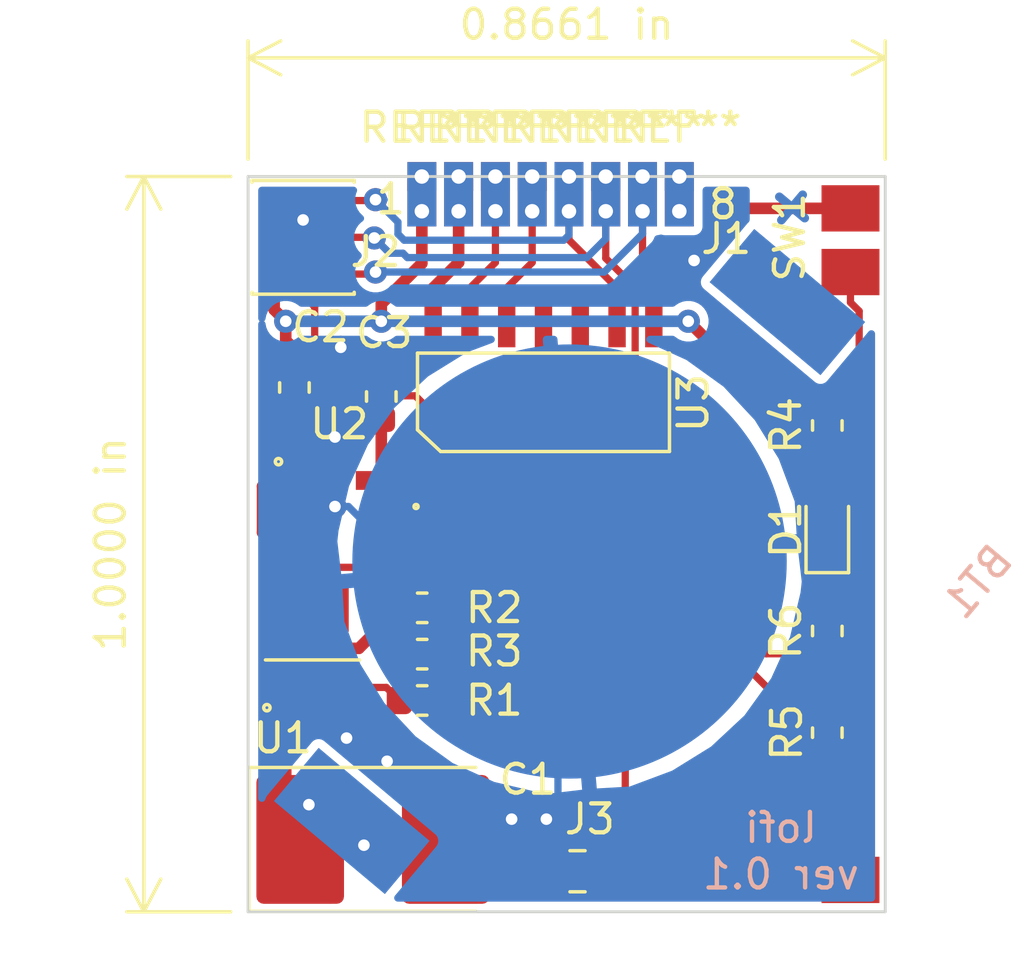
<source format=kicad_pcb>
(kicad_pcb (version 20171130) (host pcbnew 5.1.2)

  (general
    (thickness 1.6)
    (drawings 7)
    (tracks 193)
    (zones 0)
    (modules 26)
    (nets 23)
  )

  (page USLetter)
  (layers
    (0 F.Cu signal)
    (31 B.Cu signal)
    (32 B.Adhes user)
    (33 F.Adhes user)
    (34 B.Paste user)
    (35 F.Paste user)
    (36 B.SilkS user)
    (37 F.SilkS user)
    (38 B.Mask user)
    (39 F.Mask user)
    (40 Dwgs.User user)
    (41 Cmts.User user)
    (42 Eco1.User user)
    (43 Eco2.User user)
    (44 Edge.Cuts user)
    (45 Margin user)
    (46 B.CrtYd user)
    (47 F.CrtYd user)
    (48 B.Fab user)
    (49 F.Fab user)
  )

  (setup
    (last_trace_width 0.25)
    (user_trace_width 0.4)
    (trace_clearance 0.2)
    (zone_clearance 0.3)
    (zone_45_only no)
    (trace_min 0.2)
    (via_size 0.8)
    (via_drill 0.4)
    (via_min_size 0.4)
    (via_min_drill 0.3)
    (uvia_size 0.3)
    (uvia_drill 0.1)
    (uvias_allowed no)
    (uvia_min_size 0.2)
    (uvia_min_drill 0.1)
    (edge_width 0.05)
    (segment_width 0.2)
    (pcb_text_width 0.3)
    (pcb_text_size 1.5 1.5)
    (mod_edge_width 0.12)
    (mod_text_size 1 1)
    (mod_text_width 0.15)
    (pad_size 1 1)
    (pad_drill 0.5)
    (pad_to_mask_clearance 0.051)
    (solder_mask_min_width 0.25)
    (aux_axis_origin 0 0)
    (grid_origin 110.2 94.6)
    (visible_elements FFFDFF7F)
    (pcbplotparams
      (layerselection 0x010fc_ffffffff)
      (usegerberextensions false)
      (usegerberattributes false)
      (usegerberadvancedattributes false)
      (creategerberjobfile false)
      (excludeedgelayer true)
      (linewidth 0.100000)
      (plotframeref false)
      (viasonmask false)
      (mode 1)
      (useauxorigin false)
      (hpglpennumber 1)
      (hpglpenspeed 20)
      (hpglpendiameter 15.000000)
      (psnegative false)
      (psa4output false)
      (plotreference true)
      (plotvalue true)
      (plotinvisibletext false)
      (padsonsilk false)
      (subtractmaskfromsilk false)
      (outputformat 1)
      (mirror false)
      (drillshape 0)
      (scaleselection 1)
      (outputdirectory "gerber/"))
  )

  (net 0 "")
  (net 1 GND)
  (net 2 +3V3)
  (net 3 "Net-(D1-Pad1)")
  (net 4 "Net-(J1-Pad8)")
  (net 5 "Net-(J3-Pad1)")
  (net 6 "Net-(R1-Pad1)")
  (net 7 "Net-(R1-Pad2)")
  (net 8 "Net-(R4-Pad1)")
  (net 9 "Net-(R5-Pad1)")
  (net 10 "Net-(R5-Pad2)")
  (net 11 "Net-(U1-Pad4)")
  (net 12 "Net-(U1-Pad5)")
  (net 13 "Net-(U2-Pad4)")
  (net 14 "Net-(U3-Pad6)")
  (net 15 /Vb)
  (net 16 /CE)
  (net 17 /CSN)
  (net 18 /SCK)
  (net 19 /MOSI)
  (net 20 /MISO)
  (net 21 /RSTn)
  (net 22 "Net-(U3-Pad11)")

  (net_class Default "This is the default net class."
    (clearance 0.2)
    (trace_width 0.25)
    (via_dia 0.8)
    (via_drill 0.4)
    (uvia_dia 0.3)
    (uvia_drill 0.1)
    (add_net +3V3)
    (add_net /CE)
    (add_net /CSN)
    (add_net /MISO)
    (add_net /MOSI)
    (add_net /RSTn)
    (add_net /SCK)
    (add_net /Vb)
    (add_net GND)
    (add_net "Net-(D1-Pad1)")
    (add_net "Net-(J1-Pad8)")
    (add_net "Net-(J3-Pad1)")
    (add_net "Net-(R1-Pad1)")
    (add_net "Net-(R1-Pad2)")
    (add_net "Net-(R4-Pad1)")
    (add_net "Net-(R5-Pad1)")
    (add_net "Net-(R5-Pad2)")
    (add_net "Net-(U1-Pad4)")
    (add_net "Net-(U1-Pad5)")
    (add_net "Net-(U2-Pad4)")
    (add_net "Net-(U3-Pad11)")
    (add_net "Net-(U3-Pad6)")
  )

  (module lofi:SOIC-14 (layer F.Cu) (tedit 5D579754) (tstamp 5D544EE9)
    (at 120.4 77 90)
    (descr "SOIC, 14 Pin (JEDEC MS-012AB, https://www.analog.com/media/en/package-pcb-resources/package/pkg_pdf/soic_narrow-r/r_14.pdf), generated with kicad-footprint-generator ipc_gullwing_generator.py")
    (tags "SOIC SO")
    (path /5D513364)
    (attr smd)
    (fp_text reference U3 (at -0.025 5.17 90) (layer F.SilkS)
      (effects (font (size 1 1) (thickness 0.15)))
    )
    (fp_text value ATtiny84V (at 0 5.28 90) (layer F.Fab)
      (effects (font (size 1 1) (thickness 0.15)))
    )
    (fp_circle (center -3.6 -4.4) (end -3.55 -4.35) (layer F.SilkS) (width 0.12))
    (fp_line (start 1.7 -4.35) (end -0.95 -4.35) (layer F.SilkS) (width 0.12))
    (fp_line (start 1.7 4.35) (end 1.7 -4.35) (layer F.SilkS) (width 0.12))
    (fp_line (start -1.7 4.35) (end 1.7 4.35) (layer F.SilkS) (width 0.12))
    (fp_line (start -1.7 -3.55) (end -1.7 4.35) (layer F.SilkS) (width 0.12))
    (fp_line (start -0.95 -4.35) (end -1.7 -3.55) (layer F.SilkS) (width 0.12))
    (fp_text user %R (at 0 0 90) (layer F.Fab)
      (effects (font (size 0.98 0.98) (thickness 0.15)))
    )
    (fp_line (start 4 -4.58) (end -3.95 -4.58) (layer F.CrtYd) (width 0.05))
    (fp_line (start 4 4.58) (end 4 -4.58) (layer F.CrtYd) (width 0.05))
    (fp_line (start -3.95 4.58) (end 4 4.58) (layer F.CrtYd) (width 0.05))
    (fp_line (start -3.95 -4.58) (end -3.95 4.58) (layer F.CrtYd) (width 0.05))
    (pad 14 smd rect (at 2.8 -3.81 90) (size 1.8 0.6) (layers F.Cu F.Paste F.Mask)
      (net 1 GND))
    (pad 13 smd rect (at 2.8 -2.54 90) (size 1.8 0.6) (layers F.Cu F.Paste F.Mask)
      (net 16 /CE))
    (pad 12 smd rect (at 2.8 -1.27 90) (size 1.8 0.6) (layers F.Cu F.Paste F.Mask)
      (net 17 /CSN))
    (pad 11 smd rect (at 2.8 0 90) (size 1.8 0.6) (layers F.Cu F.Paste F.Mask)
      (net 22 "Net-(U3-Pad11)"))
    (pad 10 smd rect (at 2.8 1.27 90) (size 1.8 0.6) (layers F.Cu F.Paste F.Mask)
      (net 5 "Net-(J3-Pad1)"))
    (pad 9 smd rect (at 2.8 2.54 90) (size 1.8 0.6) (layers F.Cu F.Paste F.Mask)
      (net 18 /SCK))
    (pad 8 smd rect (at 2.8 3.81 90) (size 1.8 0.6) (layers F.Cu F.Paste F.Mask)
      (net 20 /MISO))
    (pad 7 smd rect (at -2.8 3.81 90) (size 1.8 0.6) (layers F.Cu F.Paste F.Mask)
      (net 19 /MOSI))
    (pad 6 smd rect (at -2.8 2.54 90) (size 1.8 0.6) (layers F.Cu F.Paste F.Mask)
      (net 14 "Net-(U3-Pad6)"))
    (pad 5 smd rect (at -2.8 1.27 90) (size 1.8 0.6) (layers F.Cu F.Paste F.Mask)
      (net 9 "Net-(R5-Pad1)"))
    (pad 4 smd rect (at -2.8 0 90) (size 1.8 0.6) (layers F.Cu F.Paste F.Mask)
      (net 21 /RSTn))
    (pad 3 smd rect (at -2.8 -1.27 90) (size 1.8 0.6) (layers F.Cu F.Paste F.Mask)
      (net 11 "Net-(U1-Pad4)"))
    (pad 2 smd rect (at -2.8 -2.54 90) (size 1.8 0.6) (layers F.Cu F.Paste F.Mask)
      (net 12 "Net-(U1-Pad5)"))
    (pad 1 smd rect (at -2.8 -3.81 90) (size 1.8 0.6) (layers F.Cu F.Paste F.Mask)
      (net 2 +3V3))
    (model ${KISYS3DMOD}/Package_SO.3dshapes/SOIC-14_3.9x8.7mm_P1.27mm.wrl
      (at (xyz 0 0 0))
      (scale (xyz 1 1 1))
      (rotate (xyz 0 0 0))
    )
  )

  (module lofi:TPL5111 (layer F.Cu) (tedit 5D5795A1) (tstamp 5D54645D)
    (at 112.4 85.5 90)
    (descr "6-pin SOT-23 package, Handsoldering")
    (tags "SOT-23-6 Handsoldering")
    (path /5D50E40A)
    (attr smd)
    (fp_text reference U1 (at -3.1 -1 180) (layer F.SilkS)
      (effects (font (size 1 1) (thickness 0.15)))
    )
    (fp_text value TPL5111 (at 0 2.9 90) (layer F.Fab)
      (effects (font (size 1 1) (thickness 0.15)))
    )
    (fp_circle (center -2.05 -1.55) (end -2.05 -1.6) (layer F.SilkS) (width 0.12))
    (fp_line (start 0.9 -1.55) (end 0.9 1.55) (layer F.Fab) (width 0.1))
    (fp_line (start 0.9 1.55) (end -0.9 1.55) (layer F.Fab) (width 0.1))
    (fp_line (start -0.9 -0.9) (end -0.9 1.55) (layer F.Fab) (width 0.1))
    (fp_line (start 0.9 -1.55) (end -0.25 -1.55) (layer F.Fab) (width 0.1))
    (fp_line (start -0.9 -0.9) (end -0.25 -1.55) (layer F.Fab) (width 0.1))
    (fp_line (start -2.4 -1.8) (end 2.4 -1.8) (layer F.CrtYd) (width 0.05))
    (fp_line (start 2.4 -1.8) (end 2.4 1.8) (layer F.CrtYd) (width 0.05))
    (fp_line (start 2.4 1.8) (end -2.4 1.8) (layer F.CrtYd) (width 0.05))
    (fp_line (start -2.4 1.8) (end -2.4 -1.8) (layer F.CrtYd) (width 0.05))
    (fp_line (start -0.4 -1.6) (end -0.4 1.65) (layer F.SilkS) (width 0.12))
    (fp_text user %R (at 0 0) (layer F.Fab)
      (effects (font (size 0.5 0.5) (thickness 0.075)))
    )
    (pad 5 smd rect (at 1.35 0 90) (size 1.56 0.65) (layers F.Cu F.Paste F.Mask)
      (net 12 "Net-(U1-Pad5)"))
    (pad 6 smd rect (at 1.35 -0.95 90) (size 1.56 0.65) (layers F.Cu F.Paste F.Mask)
      (net 15 /Vb))
    (pad 4 smd rect (at 1.35 0.95 90) (size 1.56 0.65) (layers F.Cu F.Paste F.Mask)
      (net 11 "Net-(U1-Pad4)"))
    (pad 3 smd rect (at -1.35 0.95 90) (size 1.56 0.65) (layers F.Cu F.Paste F.Mask)
      (net 6 "Net-(R1-Pad1)"))
    (pad 2 smd rect (at -1.35 0 90) (size 1.56 0.65) (layers F.Cu F.Paste F.Mask)
      (net 1 GND))
    (pad 1 smd rect (at -1.35 -0.95 90) (size 1.56 0.65) (layers F.Cu F.Paste F.Mask)
      (net 15 /Vb))
    (model ${KISYS3DMOD}/Package_TO_SOT_SMD.3dshapes/SOT-23-6.wrl
      (at (xyz 0 0 0))
      (scale (xyz 1 1 1))
      (rotate (xyz 0 0 0))
    )
  )

  (module lofi:nrf24l01p (layer F.Cu) (tedit 5D575C6F) (tstamp 5D54104E)
    (at 116.2 70.4)
    (descr "Through hole straight pin header, 1x08, 1.27mm pitch, single row")
    (tags "Through hole pin header THT 1x08 1.27mm single row")
    (path /5D51CBAB)
    (fp_text reference J1 (at 10.51 0.95) (layer F.SilkS)
      (effects (font (size 1 1) (thickness 0.15)))
    )
    (fp_text value NRF24l01+ (at 4.9 1.9) (layer F.Fab)
      (effects (font (size 1 1) (thickness 0.15)))
    )
    (fp_text user 8 (at 10.4 -0.25) (layer F.SilkS)
      (effects (font (size 1 1) (thickness 0.15)))
    )
    (fp_text user 1 (at -1.07 -0.42) (layer F.SilkS)
      (effects (font (size 1 1) (thickness 0.15)))
    )
    (fp_text user 8 (at 10.4 -0.25) (layer F.SilkS)
      (effects (font (size 1 1) (thickness 0.15)))
    )
    (fp_text user 1 (at -1.08 -0.42) (layer F.SilkS)
      (effects (font (size 1 1) (thickness 0.15)))
    )
    (fp_line (start 9.65 -1.2) (end -0.7 -1.2) (layer F.CrtYd) (width 0.05))
    (fp_line (start 9.65 0.6) (end 9.65 -1.2) (layer F.CrtYd) (width 0.05))
    (fp_line (start -0.7 0.6) (end 9.65 0.6) (layer F.CrtYd) (width 0.05))
    (fp_line (start -0.7 -1.2) (end -0.7 0.6) (layer F.CrtYd) (width 0.05))
    (fp_line (start -0.7 0.6) (end -0.7 -1.2) (layer F.Fab) (width 0.1))
    (fp_line (start 9.65 0.6) (end -0.7 0.6) (layer F.Fab) (width 0.1))
    (fp_line (start 9.65 -1.2) (end 9.65 0.6) (layer F.Fab) (width 0.1))
    (fp_line (start -0.7 -1.2) (end 9.65 -1.2) (layer F.Fab) (width 0.1))
    (pad 8 thru_hole rect (at 8.89 0) (size 1 1.65) (drill 0.5 (offset 0 -0.3)) (layers *.Cu *.Mask)
      (net 4 "Net-(J1-Pad8)"))
    (pad 7 thru_hole rect (at 7.62 0) (size 1 1.65) (drill 0.5 (offset 0 -0.3)) (layers *.Cu *.Mask)
      (net 20 /MISO))
    (pad 6 thru_hole rect (at 6.35 0) (size 1 1.65) (drill 0.5 (offset 0 -0.3)) (layers *.Cu *.Mask)
      (net 19 /MOSI))
    (pad 5 thru_hole rect (at 5.08 0) (size 1 1.65) (drill 0.5 (offset 0 -0.3)) (layers *.Cu *.Mask)
      (net 18 /SCK))
    (pad 4 thru_hole rect (at 3.81 0) (size 1 1.65) (drill 0.5 (offset 0 -0.3)) (layers *.Cu *.Mask)
      (net 17 /CSN))
    (pad 3 thru_hole rect (at 2.54 0) (size 1 1.65) (drill 0.5 (offset 0 -0.3)) (layers *.Cu *.Mask)
      (net 16 /CE))
    (pad 2 thru_hole rect (at 1.27 0) (size 1 1.65) (drill 0.5 (offset 0 -0.3)) (layers *.Cu *.Mask)
      (net 1 GND))
    (pad 1 thru_hole rect (at 0 0) (size 1 1.65) (drill 0.5 (offset 0 -0.3)) (layers *.Cu *.Mask)
      (net 2 +3V3))
    (model ${KISYS3DMOD}/Connector_PinHeader_1.27mm.3dshapes/PinHeader_1x08_P1.27mm_Vertical.wrl
      (at (xyz 0 0 0))
      (scale (xyz 1 1 1))
      (rotate (xyz 0 0 0))
    )
  )

  (module lofi:castellate (layer F.Cu) (tedit 5D57583E) (tstamp 5D579B31)
    (at 125.09 69.2)
    (descr "Through hole straight pin header, 1x01, 1.27mm pitch, single row")
    (tags "Through hole pin header THT 1x01 1.27mm single row")
    (fp_text reference REF** (at 0 -1.695) (layer F.SilkS)
      (effects (font (size 1 1) (thickness 0.15)))
    )
    (fp_text value castellate (at 0 1.695) (layer F.Fab)
      (effects (font (size 1 1) (thickness 0.15)))
    )
    (pad 1 thru_hole rect (at 0 0) (size 1 1) (drill 0.5) (layers *.Cu *.Mask))
    (model ${KISYS3DMOD}/Connector_PinHeader_1.27mm.3dshapes/PinHeader_1x01_P1.27mm_Vertical.wrl
      (at (xyz 0 0 0))
      (scale (xyz 1 1 1))
      (rotate (xyz 0 0 0))
    )
  )

  (module lofi:castellate (layer F.Cu) (tedit 5D57583E) (tstamp 5D579B24)
    (at 123.82 69.2)
    (descr "Through hole straight pin header, 1x01, 1.27mm pitch, single row")
    (tags "Through hole pin header THT 1x01 1.27mm single row")
    (fp_text reference REF** (at 0 -1.695) (layer F.SilkS)
      (effects (font (size 1 1) (thickness 0.15)))
    )
    (fp_text value castellate (at 0 1.695) (layer F.Fab)
      (effects (font (size 1 1) (thickness 0.15)))
    )
    (pad 1 thru_hole rect (at 0 0) (size 1 1) (drill 0.5) (layers *.Cu *.Mask))
    (model ${KISYS3DMOD}/Connector_PinHeader_1.27mm.3dshapes/PinHeader_1x01_P1.27mm_Vertical.wrl
      (at (xyz 0 0 0))
      (scale (xyz 1 1 1))
      (rotate (xyz 0 0 0))
    )
  )

  (module lofi:castellate (layer F.Cu) (tedit 5D57583E) (tstamp 5D579B17)
    (at 122.55 69.2)
    (descr "Through hole straight pin header, 1x01, 1.27mm pitch, single row")
    (tags "Through hole pin header THT 1x01 1.27mm single row")
    (fp_text reference REF** (at 0 -1.695) (layer F.SilkS)
      (effects (font (size 1 1) (thickness 0.15)))
    )
    (fp_text value castellate (at 0 1.695) (layer F.Fab)
      (effects (font (size 1 1) (thickness 0.15)))
    )
    (pad 1 thru_hole rect (at 0 0) (size 1 1) (drill 0.5) (layers *.Cu *.Mask))
    (model ${KISYS3DMOD}/Connector_PinHeader_1.27mm.3dshapes/PinHeader_1x01_P1.27mm_Vertical.wrl
      (at (xyz 0 0 0))
      (scale (xyz 1 1 1))
      (rotate (xyz 0 0 0))
    )
  )

  (module lofi:castellate (layer F.Cu) (tedit 5D57583E) (tstamp 5D579B0A)
    (at 121.28 69.2)
    (descr "Through hole straight pin header, 1x01, 1.27mm pitch, single row")
    (tags "Through hole pin header THT 1x01 1.27mm single row")
    (fp_text reference REF** (at 0 -1.695) (layer F.SilkS)
      (effects (font (size 1 1) (thickness 0.15)))
    )
    (fp_text value castellate (at 0 1.695) (layer F.Fab)
      (effects (font (size 1 1) (thickness 0.15)))
    )
    (pad 1 thru_hole rect (at 0 0) (size 1 1) (drill 0.5) (layers *.Cu *.Mask))
    (model ${KISYS3DMOD}/Connector_PinHeader_1.27mm.3dshapes/PinHeader_1x01_P1.27mm_Vertical.wrl
      (at (xyz 0 0 0))
      (scale (xyz 1 1 1))
      (rotate (xyz 0 0 0))
    )
  )

  (module lofi:castellate (layer F.Cu) (tedit 5D57583E) (tstamp 5D579AFD)
    (at 120.01 69.2)
    (descr "Through hole straight pin header, 1x01, 1.27mm pitch, single row")
    (tags "Through hole pin header THT 1x01 1.27mm single row")
    (fp_text reference REF** (at 0 -1.695) (layer F.SilkS)
      (effects (font (size 1 1) (thickness 0.15)))
    )
    (fp_text value castellate (at 0 1.695) (layer F.Fab)
      (effects (font (size 1 1) (thickness 0.15)))
    )
    (pad 1 thru_hole rect (at 0 0) (size 1 1) (drill 0.5) (layers *.Cu *.Mask))
    (model ${KISYS3DMOD}/Connector_PinHeader_1.27mm.3dshapes/PinHeader_1x01_P1.27mm_Vertical.wrl
      (at (xyz 0 0 0))
      (scale (xyz 1 1 1))
      (rotate (xyz 0 0 0))
    )
  )

  (module lofi:castellate (layer F.Cu) (tedit 5D57583E) (tstamp 5D579AF0)
    (at 118.74 69.2)
    (descr "Through hole straight pin header, 1x01, 1.27mm pitch, single row")
    (tags "Through hole pin header THT 1x01 1.27mm single row")
    (fp_text reference REF** (at 0 -1.695) (layer F.SilkS)
      (effects (font (size 1 1) (thickness 0.15)))
    )
    (fp_text value castellate (at 0 1.695) (layer F.Fab)
      (effects (font (size 1 1) (thickness 0.15)))
    )
    (pad 1 thru_hole rect (at 0 0) (size 1 1) (drill 0.5) (layers *.Cu *.Mask))
    (model ${KISYS3DMOD}/Connector_PinHeader_1.27mm.3dshapes/PinHeader_1x01_P1.27mm_Vertical.wrl
      (at (xyz 0 0 0))
      (scale (xyz 1 1 1))
      (rotate (xyz 0 0 0))
    )
  )

  (module lofi:castellate (layer F.Cu) (tedit 5D57583E) (tstamp 5D579AD1)
    (at 117.47 69.2)
    (descr "Through hole straight pin header, 1x01, 1.27mm pitch, single row")
    (tags "Through hole pin header THT 1x01 1.27mm single row")
    (fp_text reference REF** (at 0 -1.695) (layer F.SilkS)
      (effects (font (size 1 1) (thickness 0.15)))
    )
    (fp_text value castellate (at 0 1.695) (layer F.Fab)
      (effects (font (size 1 1) (thickness 0.15)))
    )
    (pad 1 thru_hole rect (at 0 0) (size 1 1) (drill 0.5) (layers *.Cu *.Mask))
    (model ${KISYS3DMOD}/Connector_PinHeader_1.27mm.3dshapes/PinHeader_1x01_P1.27mm_Vertical.wrl
      (at (xyz 0 0 0))
      (scale (xyz 1 1 1))
      (rotate (xyz 0 0 0))
    )
  )

  (module lofi:castellate (layer F.Cu) (tedit 5D57583E) (tstamp 5D579AA1)
    (at 116.2 69.2)
    (descr "Through hole straight pin header, 1x01, 1.27mm pitch, single row")
    (tags "Through hole pin header THT 1x01 1.27mm single row")
    (fp_text reference REF** (at 0 -1.695) (layer F.SilkS)
      (effects (font (size 1 1) (thickness 0.15)))
    )
    (fp_text value castellate (at 0 1.695) (layer F.Fab)
      (effects (font (size 1 1) (thickness 0.15)))
    )
    (pad 1 thru_hole rect (at 0 0) (size 1 1) (drill 0.5) (layers *.Cu *.Mask))
    (model ${KISYS3DMOD}/Connector_PinHeader_1.27mm.3dshapes/PinHeader_1x01_P1.27mm_Vertical.wrl
      (at (xyz 0 0 0))
      (scale (xyz 1 1 1))
      (rotate (xyz 0 0 0))
    )
  )

  (module lofi:CR2032_battery_clip (layer B.Cu) (tedit 5D57214C) (tstamp 5D53F57A)
    (at 121.3 82.5 50)
    (path /5D4E5647)
    (fp_text reference BT1 (at 8.527074 11.251178 50) (layer B.SilkS)
      (effects (font (size 1 1) (thickness 0.15)) (justify mirror))
    )
    (fp_text value CR2032 (at 0 -9.4 50) (layer B.Fab)
      (effects (font (size 1 1) (thickness 0.15)) (justify mirror))
    )
    (fp_arc (start 0 0) (end -10.499999 -3.099999) (angle 147.1027837) (layer B.CrtYd) (width 0.12))
    (fp_arc (start 0 0) (end 10.499999 2.999999) (angle 148.1092082) (layer B.CrtYd) (width 0.12))
    (fp_line (start -13.4 3) (end -10.5 3) (layer B.CrtYd) (width 0.12))
    (fp_line (start -13.4 -3.1) (end -10.5 -3.1) (layer B.CrtYd) (width 0.12))
    (fp_line (start -13.4 3) (end -13.4 -3.1) (layer B.CrtYd) (width 0.12))
    (fp_line (start 13.4 3) (end 10.5 3) (layer B.CrtYd) (width 0.12))
    (fp_line (start 13.4 -3.1) (end 10.5 -3.1) (layer B.CrtYd) (width 0.12))
    (fp_line (start 13.4 3) (end 13.4 -3.1) (layer B.CrtYd) (width 0.12))
    (fp_text user + (at 14.307532 -2.08435 50) (layer B.Cu)
      (effects (font (size 1.5 1.5) (thickness 0.3)) (justify mirror))
    )
    (pad 1 smd rect (at -11.7 0 50) (size 2.4 5) (layers B.Cu B.Paste B.Mask)
      (net 15 /Vb))
    (pad 2 smd circle (at 0 0 50) (size 15 15) (layers B.Cu B.Paste B.Mask)
      (net 1 GND))
    (pad 1 smd rect (at 11.7 0 50) (size 2.4 5) (layers B.Cu B.Paste B.Mask)
      (net 15 /Vb))
  )

  (module lofi:REED_SPDT (layer F.Cu) (tedit 5D5703C8) (tstamp 5D544096)
    (at 131 81.9 270)
    (descr "Coto Technologies SPST Reed Switch CT10-XXXX-G4")
    (tags "Coto Reed SPST Switch")
    (path /5D53B6CD)
    (attr smd)
    (fp_text reference SW1 (at -10.6 2.1 90) (layer F.SilkS)
      (effects (font (size 1 1) (thickness 0.15)))
    )
    (fp_text value Reed (at 0 -2.3 90) (layer F.Fab)
      (effects (font (size 1 1) (thickness 0.15)))
    )
    (fp_text user %R (at 10.7 2 90) (layer F.Fab)
      (effects (font (size 1 1) (thickness 0.15)))
    )
    (pad 3 smd rect (at -9.4 0 270) (size 1.6 2) (layers F.Cu F.Paste F.Mask)
      (net 8 "Net-(R4-Pad1)"))
    (pad 2 smd rect (at 11.6 0 270) (size 1.6 2) (layers F.Cu F.Paste F.Mask)
      (net 10 "Net-(R5-Pad2)"))
    (pad 1 smd rect (at -11.6 0 270) (size 1.6 2) (layers F.Cu F.Paste F.Mask)
      (net 1 GND))
    (model ${KISYS3DMOD}/Button_Switch_SMD.3dshapes/SW_SPST_REED_CT10-XXXX-G4.wrl
      (at (xyz 0 0 0))
      (scale (xyz 1 1 1))
      (rotate (xyz 0 0 0))
    )
  )

  (module lofi:ISP (layer F.Cu) (tedit 5D5437B1) (tstamp 5D544410)
    (at 112.1 71.3 180)
    (descr "surface-mounted straight pin header, 2x03, 1.27mm pitch, double rows")
    (tags "Surface mounted pin header SMD 2x03 1.27mm double row")
    (path /5D53434D)
    (attr smd)
    (fp_text reference J2 (at -2.5 -0.5) (layer F.SilkS)
      (effects (font (size 1 1) (thickness 0.15)))
    )
    (fp_text value ISP (at 0.2 3.25) (layer F.Fab)
      (effects (font (size 1 1) (thickness 0.15)))
    )
    (fp_line (start 1.95 -2.45) (end -1.95 -2.45) (layer F.CrtYd) (width 0.05))
    (fp_line (start 1.95 2.45) (end 1.95 -2.45) (layer F.CrtYd) (width 0.05))
    (fp_line (start -1.95 2.45) (end 1.95 2.45) (layer F.CrtYd) (width 0.05))
    (fp_line (start -1.95 -2.45) (end -1.95 2.45) (layer F.CrtYd) (width 0.05))
    (fp_line (start 1.765 1.9) (end 1.765 1.965) (layer F.SilkS) (width 0.12))
    (fp_line (start -1.765 1.9) (end -1.765 1.965) (layer F.SilkS) (width 0.12))
    (fp_line (start 1.765 -1.965) (end 1.765 -1.9) (layer F.SilkS) (width 0.12))
    (fp_line (start -1.765 -1.965) (end -1.765 -1.9) (layer F.SilkS) (width 0.12))
    (fp_line (start -1.765 1.965) (end 1.765 1.965) (layer F.SilkS) (width 0.12))
    (fp_line (start -1.765 -1.965) (end 1.765 -1.965) (layer F.SilkS) (width 0.12))
    (fp_line (start 1.705 -1.905) (end 1.705 1.905) (layer F.Fab) (width 0.1))
    (fp_line (start -1.705 -1.47) (end -1.27 -1.905) (layer F.Fab) (width 0.1))
    (fp_line (start -1.705 1.905) (end -1.705 -1.47) (layer F.Fab) (width 0.1))
    (fp_line (start -1.27 -1.905) (end 1.705 -1.905) (layer F.Fab) (width 0.1))
    (fp_line (start 1.705 1.905) (end -1.705 1.905) (layer F.Fab) (width 0.1))
    (pad 6 smd roundrect (at 1 1.27 180) (size 1 0.8) (layers F.Cu F.Paste F.Mask) (roundrect_rratio 0.25)
      (net 1 GND))
    (pad 5 smd roundrect (at -1 1.27 180) (size 1 0.8) (layers F.Cu F.Paste F.Mask) (roundrect_rratio 0.25)
      (net 18 /SCK))
    (pad 4 smd roundrect (at 1 0 180) (size 1 0.8) (layers F.Cu F.Paste F.Mask) (roundrect_rratio 0.25)
      (net 21 /RSTn))
    (pad 3 smd roundrect (at -1 0 180) (size 1 0.8) (layers F.Cu F.Paste F.Mask) (roundrect_rratio 0.25)
      (net 19 /MOSI))
    (pad 2 smd roundrect (at 1 -1.27 180) (size 1 0.8) (layers F.Cu F.Paste F.Mask) (roundrect_rratio 0.25)
      (net 2 +3V3))
    (pad 1 smd rect (at -1 -1.27 180) (size 1 0.8) (layers F.Cu F.Paste F.Mask)
      (net 20 /MISO))
    (model ${KISYS3DMOD}/Connector_PinHeader_1.27mm.3dshapes/PinHeader_2x03_P1.27mm_Vertical_SMD.wrl
      (at (xyz 0 0 0))
      (scale (xyz 1 1 1))
      (rotate (xyz 0 0 0))
    )
  )

  (module Capacitor_SMD:C_0603_1608Metric (layer F.Cu) (tedit 5B301BBE) (tstamp 5D570B32)
    (at 111.8 76.4875 270)
    (descr "Capacitor SMD 0603 (1608 Metric), square (rectangular) end terminal, IPC_7351 nominal, (Body size source: http://www.tortai-tech.com/upload/download/2011102023233369053.pdf), generated with kicad-footprint-generator")
    (tags capacitor)
    (path /5D5828B7)
    (attr smd)
    (fp_text reference C2 (at -2.0875 -0.9 180) (layer F.SilkS)
      (effects (font (size 1 1) (thickness 0.15)))
    )
    (fp_text value 0.1uF (at 0 1.43 90) (layer F.Fab)
      (effects (font (size 1 1) (thickness 0.15)))
    )
    (fp_text user %R (at 0 0 90) (layer F.Fab)
      (effects (font (size 0.4 0.4) (thickness 0.06)))
    )
    (fp_line (start 1.48 0.73) (end -1.48 0.73) (layer F.CrtYd) (width 0.05))
    (fp_line (start 1.48 -0.73) (end 1.48 0.73) (layer F.CrtYd) (width 0.05))
    (fp_line (start -1.48 -0.73) (end 1.48 -0.73) (layer F.CrtYd) (width 0.05))
    (fp_line (start -1.48 0.73) (end -1.48 -0.73) (layer F.CrtYd) (width 0.05))
    (fp_line (start -0.162779 0.51) (end 0.162779 0.51) (layer F.SilkS) (width 0.12))
    (fp_line (start -0.162779 -0.51) (end 0.162779 -0.51) (layer F.SilkS) (width 0.12))
    (fp_line (start 0.8 0.4) (end -0.8 0.4) (layer F.Fab) (width 0.1))
    (fp_line (start 0.8 -0.4) (end 0.8 0.4) (layer F.Fab) (width 0.1))
    (fp_line (start -0.8 -0.4) (end 0.8 -0.4) (layer F.Fab) (width 0.1))
    (fp_line (start -0.8 0.4) (end -0.8 -0.4) (layer F.Fab) (width 0.1))
    (pad 2 smd roundrect (at 0.7875 0 270) (size 0.875 0.95) (layers F.Cu F.Paste F.Mask) (roundrect_rratio 0.25)
      (net 1 GND))
    (pad 1 smd roundrect (at -0.7875 0 270) (size 0.875 0.95) (layers F.Cu F.Paste F.Mask) (roundrect_rratio 0.25)
      (net 2 +3V3))
    (model ${KISYS3DMOD}/Capacitor_SMD.3dshapes/C_0603_1608Metric.wrl
      (at (xyz 0 0 0))
      (scale (xyz 1 1 1))
      (rotate (xyz 0 0 0))
    )
  )

  (module Capacitor_SMD:C_0603_1608Metric (layer F.Cu) (tedit 5B301BBE) (tstamp 5D545C55)
    (at 114.8 76.8 90)
    (descr "Capacitor SMD 0603 (1608 Metric), square (rectangular) end terminal, IPC_7351 nominal, (Body size source: http://www.tortai-tech.com/upload/download/2011102023233369053.pdf), generated with kicad-footprint-generator")
    (tags capacitor)
    (path /5D57FD86)
    (attr smd)
    (fp_text reference C3 (at 2.2 0.1 180) (layer F.SilkS)
      (effects (font (size 1 1) (thickness 0.15)))
    )
    (fp_text value 0.1uF (at 0 1.43 90) (layer F.Fab)
      (effects (font (size 1 1) (thickness 0.15)))
    )
    (fp_line (start -0.8 0.4) (end -0.8 -0.4) (layer F.Fab) (width 0.1))
    (fp_line (start -0.8 -0.4) (end 0.8 -0.4) (layer F.Fab) (width 0.1))
    (fp_line (start 0.8 -0.4) (end 0.8 0.4) (layer F.Fab) (width 0.1))
    (fp_line (start 0.8 0.4) (end -0.8 0.4) (layer F.Fab) (width 0.1))
    (fp_line (start -0.162779 -0.51) (end 0.162779 -0.51) (layer F.SilkS) (width 0.12))
    (fp_line (start -0.162779 0.51) (end 0.162779 0.51) (layer F.SilkS) (width 0.12))
    (fp_line (start -1.48 0.73) (end -1.48 -0.73) (layer F.CrtYd) (width 0.05))
    (fp_line (start -1.48 -0.73) (end 1.48 -0.73) (layer F.CrtYd) (width 0.05))
    (fp_line (start 1.48 -0.73) (end 1.48 0.73) (layer F.CrtYd) (width 0.05))
    (fp_line (start 1.48 0.73) (end -1.48 0.73) (layer F.CrtYd) (width 0.05))
    (fp_text user %R (at 0 0 90) (layer F.Fab)
      (effects (font (size 0.4 0.4) (thickness 0.06)))
    )
    (pad 1 smd roundrect (at -0.7875 0 90) (size 0.875 0.95) (layers F.Cu F.Paste F.Mask) (roundrect_rratio 0.25)
      (net 2 +3V3))
    (pad 2 smd roundrect (at 0.7875 0 90) (size 0.875 0.95) (layers F.Cu F.Paste F.Mask) (roundrect_rratio 0.25)
      (net 1 GND))
    (model ${KISYS3DMOD}/Capacitor_SMD.3dshapes/C_0603_1608Metric.wrl
      (at (xyz 0 0 0))
      (scale (xyz 1 1 1))
      (rotate (xyz 0 0 0))
    )
  )

  (module LED_SMD:LED_0603_1608Metric (layer F.Cu) (tedit 5B301BBE) (tstamp 5D4EC97F)
    (at 130.2 81.4 90)
    (descr "LED SMD 0603 (1608 Metric), square (rectangular) end terminal, IPC_7351 nominal, (Body size source: http://www.tortai-tech.com/upload/download/2011102023233369053.pdf), generated with kicad-footprint-generator")
    (tags diode)
    (path /5D52B390)
    (attr smd)
    (fp_text reference D1 (at 0 -1.43 90) (layer F.SilkS)
      (effects (font (size 1 1) (thickness 0.15)))
    )
    (fp_text value LED_ALT (at 0 1.43 90) (layer F.Fab)
      (effects (font (size 1 1) (thickness 0.15)))
    )
    (fp_line (start 0.8 -0.4) (end -0.5 -0.4) (layer F.Fab) (width 0.1))
    (fp_line (start -0.5 -0.4) (end -0.8 -0.1) (layer F.Fab) (width 0.1))
    (fp_line (start -0.8 -0.1) (end -0.8 0.4) (layer F.Fab) (width 0.1))
    (fp_line (start -0.8 0.4) (end 0.8 0.4) (layer F.Fab) (width 0.1))
    (fp_line (start 0.8 0.4) (end 0.8 -0.4) (layer F.Fab) (width 0.1))
    (fp_line (start 0.8 -0.735) (end -1.485 -0.735) (layer F.SilkS) (width 0.12))
    (fp_line (start -1.485 -0.735) (end -1.485 0.735) (layer F.SilkS) (width 0.12))
    (fp_line (start -1.485 0.735) (end 0.8 0.735) (layer F.SilkS) (width 0.12))
    (fp_line (start -1.48 0.73) (end -1.48 -0.73) (layer F.CrtYd) (width 0.05))
    (fp_line (start -1.48 -0.73) (end 1.48 -0.73) (layer F.CrtYd) (width 0.05))
    (fp_line (start 1.48 -0.73) (end 1.48 0.73) (layer F.CrtYd) (width 0.05))
    (fp_line (start 1.48 0.73) (end -1.48 0.73) (layer F.CrtYd) (width 0.05))
    (fp_text user %R (at 0 0 90) (layer F.Fab)
      (effects (font (size 0.4 0.4) (thickness 0.06)))
    )
    (pad 1 smd roundrect (at -0.7875 0 90) (size 0.875 0.95) (layers F.Cu F.Paste F.Mask) (roundrect_rratio 0.25)
      (net 3 "Net-(D1-Pad1)"))
    (pad 2 smd roundrect (at 0.7875 0 90) (size 0.875 0.95) (layers F.Cu F.Paste F.Mask) (roundrect_rratio 0.25)
      (net 2 +3V3))
    (model ${KISYS3DMOD}/LED_SMD.3dshapes/LED_0603_1608Metric.wrl
      (at (xyz 0 0 0))
      (scale (xyz 1 1 1))
      (rotate (xyz 0 0 0))
    )
  )

  (module Resistor_SMD:R_0603_1608Metric (layer F.Cu) (tedit 5B301BBD) (tstamp 5D571EC1)
    (at 116.2125 87.3)
    (descr "Resistor SMD 0603 (1608 Metric), square (rectangular) end terminal, IPC_7351 nominal, (Body size source: http://www.tortai-tech.com/upload/download/2011102023233369053.pdf), generated with kicad-footprint-generator")
    (tags resistor)
    (path /5D4EA33C)
    (attr smd)
    (fp_text reference R1 (at 2.4875 0 180) (layer F.SilkS)
      (effects (font (size 1 1) (thickness 0.15)))
    )
    (fp_text value 44k (at 0 1.43) (layer F.Fab)
      (effects (font (size 1 1) (thickness 0.15)))
    )
    (fp_line (start -0.8 0.4) (end -0.8 -0.4) (layer F.Fab) (width 0.1))
    (fp_line (start -0.8 -0.4) (end 0.8 -0.4) (layer F.Fab) (width 0.1))
    (fp_line (start 0.8 -0.4) (end 0.8 0.4) (layer F.Fab) (width 0.1))
    (fp_line (start 0.8 0.4) (end -0.8 0.4) (layer F.Fab) (width 0.1))
    (fp_line (start -0.162779 -0.51) (end 0.162779 -0.51) (layer F.SilkS) (width 0.12))
    (fp_line (start -0.162779 0.51) (end 0.162779 0.51) (layer F.SilkS) (width 0.12))
    (fp_line (start -1.48 0.73) (end -1.48 -0.73) (layer F.CrtYd) (width 0.05))
    (fp_line (start -1.48 -0.73) (end 1.48 -0.73) (layer F.CrtYd) (width 0.05))
    (fp_line (start 1.48 -0.73) (end 1.48 0.73) (layer F.CrtYd) (width 0.05))
    (fp_line (start 1.48 0.73) (end -1.48 0.73) (layer F.CrtYd) (width 0.05))
    (fp_text user %R (at 0 0) (layer F.Fab)
      (effects (font (size 0.4 0.4) (thickness 0.06)))
    )
    (pad 1 smd roundrect (at -0.7875 0) (size 0.875 0.95) (layers F.Cu F.Paste F.Mask) (roundrect_rratio 0.25)
      (net 6 "Net-(R1-Pad1)"))
    (pad 2 smd roundrect (at 0.7875 0) (size 0.875 0.95) (layers F.Cu F.Paste F.Mask) (roundrect_rratio 0.25)
      (net 7 "Net-(R1-Pad2)"))
    (model ${KISYS3DMOD}/Resistor_SMD.3dshapes/R_0603_1608Metric.wrl
      (at (xyz 0 0 0))
      (scale (xyz 1 1 1))
      (rotate (xyz 0 0 0))
    )
  )

  (module Resistor_SMD:R_0603_1608Metric (layer F.Cu) (tedit 5B301BBD) (tstamp 5D54691A)
    (at 116.2125 84.1 180)
    (descr "Resistor SMD 0603 (1608 Metric), square (rectangular) end terminal, IPC_7351 nominal, (Body size source: http://www.tortai-tech.com/upload/download/2011102023233369053.pdf), generated with kicad-footprint-generator")
    (tags resistor)
    (path /5D4EB160)
    (attr smd)
    (fp_text reference R2 (at -2.4875 0) (layer F.SilkS)
      (effects (font (size 1 1) (thickness 0.15)))
    )
    (fp_text value 0 (at 0 1.43) (layer F.Fab)
      (effects (font (size 1 1) (thickness 0.15)))
    )
    (fp_line (start -0.8 0.4) (end -0.8 -0.4) (layer F.Fab) (width 0.1))
    (fp_line (start -0.8 -0.4) (end 0.8 -0.4) (layer F.Fab) (width 0.1))
    (fp_line (start 0.8 -0.4) (end 0.8 0.4) (layer F.Fab) (width 0.1))
    (fp_line (start 0.8 0.4) (end -0.8 0.4) (layer F.Fab) (width 0.1))
    (fp_line (start -0.162779 -0.51) (end 0.162779 -0.51) (layer F.SilkS) (width 0.12))
    (fp_line (start -0.162779 0.51) (end 0.162779 0.51) (layer F.SilkS) (width 0.12))
    (fp_line (start -1.48 0.73) (end -1.48 -0.73) (layer F.CrtYd) (width 0.05))
    (fp_line (start -1.48 -0.73) (end 1.48 -0.73) (layer F.CrtYd) (width 0.05))
    (fp_line (start 1.48 -0.73) (end 1.48 0.73) (layer F.CrtYd) (width 0.05))
    (fp_line (start 1.48 0.73) (end -1.48 0.73) (layer F.CrtYd) (width 0.05))
    (fp_text user %R (at 0 0) (layer F.Fab)
      (effects (font (size 0.4 0.4) (thickness 0.06)))
    )
    (pad 1 smd roundrect (at -0.7875 0 180) (size 0.875 0.95) (layers F.Cu F.Paste F.Mask) (roundrect_rratio 0.25)
      (net 7 "Net-(R1-Pad2)"))
    (pad 2 smd roundrect (at 0.7875 0 180) (size 0.875 0.95) (layers F.Cu F.Paste F.Mask) (roundrect_rratio 0.25)
      (net 1 GND))
    (model ${KISYS3DMOD}/Resistor_SMD.3dshapes/R_0603_1608Metric.wrl
      (at (xyz 0 0 0))
      (scale (xyz 1 1 1))
      (rotate (xyz 0 0 0))
    )
  )

  (module Resistor_SMD:R_0603_1608Metric (layer F.Cu) (tedit 5B301BBD) (tstamp 5D571F53)
    (at 116.2125 85.7)
    (descr "Resistor SMD 0603 (1608 Metric), square (rectangular) end terminal, IPC_7351 nominal, (Body size source: http://www.tortai-tech.com/upload/download/2011102023233369053.pdf), generated with kicad-footprint-generator")
    (tags resistor)
    (path /5D4EAD71)
    (attr smd)
    (fp_text reference R3 (at 2.4875 -0.1 180) (layer F.SilkS)
      (effects (font (size 1 1) (thickness 0.15)))
    )
    (fp_text value 44k (at 0 1.43) (layer F.Fab)
      (effects (font (size 1 1) (thickness 0.15)))
    )
    (fp_text user %R (at 0 0) (layer F.Fab)
      (effects (font (size 0.4 0.4) (thickness 0.06)))
    )
    (fp_line (start 1.48 0.73) (end -1.48 0.73) (layer F.CrtYd) (width 0.05))
    (fp_line (start 1.48 -0.73) (end 1.48 0.73) (layer F.CrtYd) (width 0.05))
    (fp_line (start -1.48 -0.73) (end 1.48 -0.73) (layer F.CrtYd) (width 0.05))
    (fp_line (start -1.48 0.73) (end -1.48 -0.73) (layer F.CrtYd) (width 0.05))
    (fp_line (start -0.162779 0.51) (end 0.162779 0.51) (layer F.SilkS) (width 0.12))
    (fp_line (start -0.162779 -0.51) (end 0.162779 -0.51) (layer F.SilkS) (width 0.12))
    (fp_line (start 0.8 0.4) (end -0.8 0.4) (layer F.Fab) (width 0.1))
    (fp_line (start 0.8 -0.4) (end 0.8 0.4) (layer F.Fab) (width 0.1))
    (fp_line (start -0.8 -0.4) (end 0.8 -0.4) (layer F.Fab) (width 0.1))
    (fp_line (start -0.8 0.4) (end -0.8 -0.4) (layer F.Fab) (width 0.1))
    (pad 2 smd roundrect (at 0.7875 0) (size 0.875 0.95) (layers F.Cu F.Paste F.Mask) (roundrect_rratio 0.25)
      (net 7 "Net-(R1-Pad2)"))
    (pad 1 smd roundrect (at -0.7875 0) (size 0.875 0.95) (layers F.Cu F.Paste F.Mask) (roundrect_rratio 0.25)
      (net 6 "Net-(R1-Pad1)"))
    (model ${KISYS3DMOD}/Resistor_SMD.3dshapes/R_0603_1608Metric.wrl
      (at (xyz 0 0 0))
      (scale (xyz 1 1 1))
      (rotate (xyz 0 0 0))
    )
  )

  (module Resistor_SMD:R_0603_1608Metric (layer F.Cu) (tedit 5B301BBD) (tstamp 5D4EC9C1)
    (at 130.2 77.8 90)
    (descr "Resistor SMD 0603 (1608 Metric), square (rectangular) end terminal, IPC_7351 nominal, (Body size source: http://www.tortai-tech.com/upload/download/2011102023233369053.pdf), generated with kicad-footprint-generator")
    (tags resistor)
    (path /5D53E1F1)
    (attr smd)
    (fp_text reference R4 (at 0 -1.43 90) (layer F.SilkS)
      (effects (font (size 1 1) (thickness 0.15)))
    )
    (fp_text value 200k (at 0 1.43 90) (layer F.Fab)
      (effects (font (size 1 1) (thickness 0.15)))
    )
    (fp_text user %R (at 0 0 90) (layer F.Fab)
      (effects (font (size 0.4 0.4) (thickness 0.06)))
    )
    (fp_line (start 1.48 0.73) (end -1.48 0.73) (layer F.CrtYd) (width 0.05))
    (fp_line (start 1.48 -0.73) (end 1.48 0.73) (layer F.CrtYd) (width 0.05))
    (fp_line (start -1.48 -0.73) (end 1.48 -0.73) (layer F.CrtYd) (width 0.05))
    (fp_line (start -1.48 0.73) (end -1.48 -0.73) (layer F.CrtYd) (width 0.05))
    (fp_line (start -0.162779 0.51) (end 0.162779 0.51) (layer F.SilkS) (width 0.12))
    (fp_line (start -0.162779 -0.51) (end 0.162779 -0.51) (layer F.SilkS) (width 0.12))
    (fp_line (start 0.8 0.4) (end -0.8 0.4) (layer F.Fab) (width 0.1))
    (fp_line (start 0.8 -0.4) (end 0.8 0.4) (layer F.Fab) (width 0.1))
    (fp_line (start -0.8 -0.4) (end 0.8 -0.4) (layer F.Fab) (width 0.1))
    (fp_line (start -0.8 0.4) (end -0.8 -0.4) (layer F.Fab) (width 0.1))
    (pad 2 smd roundrect (at 0.7875 0 90) (size 0.875 0.95) (layers F.Cu F.Paste F.Mask) (roundrect_rratio 0.25)
      (net 2 +3V3))
    (pad 1 smd roundrect (at -0.7875 0 90) (size 0.875 0.95) (layers F.Cu F.Paste F.Mask) (roundrect_rratio 0.25)
      (net 8 "Net-(R4-Pad1)"))
    (model ${KISYS3DMOD}/Resistor_SMD.3dshapes/R_0603_1608Metric.wrl
      (at (xyz 0 0 0))
      (scale (xyz 1 1 1))
      (rotate (xyz 0 0 0))
    )
  )

  (module Resistor_SMD:R_0603_1608Metric (layer F.Cu) (tedit 5B301BBD) (tstamp 5D4EC9D1)
    (at 130.2 88.4125 270)
    (descr "Resistor SMD 0603 (1608 Metric), square (rectangular) end terminal, IPC_7351 nominal, (Body size source: http://www.tortai-tech.com/upload/download/2011102023233369053.pdf), generated with kicad-footprint-generator")
    (tags resistor)
    (path /5D53DADC)
    (attr smd)
    (fp_text reference R5 (at -0.0125 1.4 90) (layer F.SilkS)
      (effects (font (size 1 1) (thickness 0.15)))
    )
    (fp_text value 200k (at 0 1.43 90) (layer F.Fab)
      (effects (font (size 1 1) (thickness 0.15)))
    )
    (fp_line (start -0.8 0.4) (end -0.8 -0.4) (layer F.Fab) (width 0.1))
    (fp_line (start -0.8 -0.4) (end 0.8 -0.4) (layer F.Fab) (width 0.1))
    (fp_line (start 0.8 -0.4) (end 0.8 0.4) (layer F.Fab) (width 0.1))
    (fp_line (start 0.8 0.4) (end -0.8 0.4) (layer F.Fab) (width 0.1))
    (fp_line (start -0.162779 -0.51) (end 0.162779 -0.51) (layer F.SilkS) (width 0.12))
    (fp_line (start -0.162779 0.51) (end 0.162779 0.51) (layer F.SilkS) (width 0.12))
    (fp_line (start -1.48 0.73) (end -1.48 -0.73) (layer F.CrtYd) (width 0.05))
    (fp_line (start -1.48 -0.73) (end 1.48 -0.73) (layer F.CrtYd) (width 0.05))
    (fp_line (start 1.48 -0.73) (end 1.48 0.73) (layer F.CrtYd) (width 0.05))
    (fp_line (start 1.48 0.73) (end -1.48 0.73) (layer F.CrtYd) (width 0.05))
    (fp_text user %R (at 0 0 90) (layer F.Fab)
      (effects (font (size 0.4 0.4) (thickness 0.06)))
    )
    (pad 1 smd roundrect (at -0.7875 0 270) (size 0.875 0.95) (layers F.Cu F.Paste F.Mask) (roundrect_rratio 0.25)
      (net 9 "Net-(R5-Pad1)"))
    (pad 2 smd roundrect (at 0.7875 0 270) (size 0.875 0.95) (layers F.Cu F.Paste F.Mask) (roundrect_rratio 0.25)
      (net 10 "Net-(R5-Pad2)"))
    (model ${KISYS3DMOD}/Resistor_SMD.3dshapes/R_0603_1608Metric.wrl
      (at (xyz 0 0 0))
      (scale (xyz 1 1 1))
      (rotate (xyz 0 0 0))
    )
  )

  (module Resistor_SMD:R_0603_1608Metric (layer F.Cu) (tedit 5B301BBD) (tstamp 5D4EC9E1)
    (at 130.2 84.9 90)
    (descr "Resistor SMD 0603 (1608 Metric), square (rectangular) end terminal, IPC_7351 nominal, (Body size source: http://www.tortai-tech.com/upload/download/2011102023233369053.pdf), generated with kicad-footprint-generator")
    (tags resistor)
    (path /5D5207D8)
    (attr smd)
    (fp_text reference R6 (at 0 -1.43 90) (layer F.SilkS)
      (effects (font (size 1 1) (thickness 0.15)))
    )
    (fp_text value 220 (at 0 1.43 90) (layer F.Fab)
      (effects (font (size 1 1) (thickness 0.15)))
    )
    (fp_text user %R (at 0 0 90) (layer F.Fab)
      (effects (font (size 0.4 0.4) (thickness 0.06)))
    )
    (fp_line (start 1.48 0.73) (end -1.48 0.73) (layer F.CrtYd) (width 0.05))
    (fp_line (start 1.48 -0.73) (end 1.48 0.73) (layer F.CrtYd) (width 0.05))
    (fp_line (start -1.48 -0.73) (end 1.48 -0.73) (layer F.CrtYd) (width 0.05))
    (fp_line (start -1.48 0.73) (end -1.48 -0.73) (layer F.CrtYd) (width 0.05))
    (fp_line (start -0.162779 0.51) (end 0.162779 0.51) (layer F.SilkS) (width 0.12))
    (fp_line (start -0.162779 -0.51) (end 0.162779 -0.51) (layer F.SilkS) (width 0.12))
    (fp_line (start 0.8 0.4) (end -0.8 0.4) (layer F.Fab) (width 0.1))
    (fp_line (start 0.8 -0.4) (end 0.8 0.4) (layer F.Fab) (width 0.1))
    (fp_line (start -0.8 -0.4) (end 0.8 -0.4) (layer F.Fab) (width 0.1))
    (fp_line (start -0.8 0.4) (end -0.8 -0.4) (layer F.Fab) (width 0.1))
    (pad 2 smd roundrect (at 0.7875 0 90) (size 0.875 0.95) (layers F.Cu F.Paste F.Mask) (roundrect_rratio 0.25)
      (net 3 "Net-(D1-Pad1)"))
    (pad 1 smd roundrect (at -0.7875 0 90) (size 0.875 0.95) (layers F.Cu F.Paste F.Mask) (roundrect_rratio 0.25)
      (net 5 "Net-(J3-Pad1)"))
    (model ${KISYS3DMOD}/Resistor_SMD.3dshapes/R_0603_1608Metric.wrl
      (at (xyz 0 0 0))
      (scale (xyz 1 1 1))
      (rotate (xyz 0 0 0))
    )
  )

  (module Diode_SMD:D_2816_7142Metric (layer F.Cu) (tedit 5B341557) (tstamp 5D543752)
    (at 114.5125 92.1)
    (descr "Diode SMD 2816 (7142 Metric), square (rectangular) end terminal, IPC_7351 nominal, (Body size from: https://www.vishay.com/docs/30100/wsl.pdf), generated with kicad-footprint-generator")
    (tags diode)
    (path /5D4E713D)
    (attr smd)
    (fp_text reference C1 (at 5.3475 -2.07) (layer F.SilkS)
      (effects (font (size 1 1) (thickness 0.15)))
    )
    (fp_text value 150uF (at 0 3.18) (layer F.Fab)
      (effects (font (size 1 1) (thickness 0.15)))
    )
    (fp_line (start 3.55 -2.1) (end -2.55 -2.1) (layer F.Fab) (width 0.1))
    (fp_line (start -2.55 -2.1) (end -3.55 -1.1) (layer F.Fab) (width 0.1))
    (fp_line (start -3.55 -1.1) (end -3.55 2.1) (layer F.Fab) (width 0.1))
    (fp_line (start -3.55 2.1) (end 3.55 2.1) (layer F.Fab) (width 0.1))
    (fp_line (start 3.55 2.1) (end 3.55 -2.1) (layer F.Fab) (width 0.1))
    (fp_line (start 3.55 -2.485) (end -4.285 -2.485) (layer F.SilkS) (width 0.12))
    (fp_line (start -4.285 -2.485) (end -4.285 2.485) (layer F.SilkS) (width 0.12))
    (fp_line (start -4.285 2.485) (end 3.55 2.485) (layer F.SilkS) (width 0.12))
    (fp_line (start -4.28 2.48) (end -4.28 -2.48) (layer F.CrtYd) (width 0.05))
    (fp_line (start -4.28 -2.48) (end 4.28 -2.48) (layer F.CrtYd) (width 0.05))
    (fp_line (start 4.28 -2.48) (end 4.28 2.48) (layer F.CrtYd) (width 0.05))
    (fp_line (start 4.28 2.48) (end -4.28 2.48) (layer F.CrtYd) (width 0.05))
    (fp_text user %R (at 0 0) (layer F.Fab)
      (effects (font (size 1 1) (thickness 0.15)))
    )
    (pad 1 smd roundrect (at -2.5125 0) (size 3.025 4.45) (layers F.Cu F.Paste F.Mask) (roundrect_rratio 0.082645)
      (net 15 /Vb))
    (pad 2 smd roundrect (at 2.5125 0) (size 3.025 4.45) (layers F.Cu F.Paste F.Mask) (roundrect_rratio 0.082645)
      (net 1 GND))
    (model ${KISYS3DMOD}/Diode_SMD.3dshapes/D_2816_7142Metric.wrl
      (at (xyz 0 0 0))
      (scale (xyz 1 1 1))
      (rotate (xyz 0 0 0))
    )
  )

  (module Resistor_SMD:R_0805_2012Metric_Pad1.15x1.40mm_HandSolder (layer F.Cu) (tedit 5B36C52B) (tstamp 5D543A34)
    (at 121.575 93.2 180)
    (descr "Resistor SMD 0805 (2012 Metric), square (rectangular) end terminal, IPC_7351 nominal with elongated pad for handsoldering. (Body size source: https://docs.google.com/spreadsheets/d/1BsfQQcO9C6DZCsRaXUlFlo91Tg2WpOkGARC1WS5S8t0/edit?usp=sharing), generated with kicad-footprint-generator")
    (tags "resistor handsolder")
    (path /5D59CD14)
    (attr smd)
    (fp_text reference J3 (at -0.425 1.8) (layer F.SilkS)
      (effects (font (size 1 1) (thickness 0.15)))
    )
    (fp_text value debug (at 0 1.65) (layer F.Fab)
      (effects (font (size 1 1) (thickness 0.15)))
    )
    (fp_line (start -1 0.6) (end -1 -0.6) (layer F.Fab) (width 0.1))
    (fp_line (start -1 -0.6) (end 1 -0.6) (layer F.Fab) (width 0.1))
    (fp_line (start 1 -0.6) (end 1 0.6) (layer F.Fab) (width 0.1))
    (fp_line (start 1 0.6) (end -1 0.6) (layer F.Fab) (width 0.1))
    (fp_line (start -0.261252 -0.71) (end 0.261252 -0.71) (layer F.SilkS) (width 0.12))
    (fp_line (start -0.261252 0.71) (end 0.261252 0.71) (layer F.SilkS) (width 0.12))
    (fp_line (start -1.85 0.95) (end -1.85 -0.95) (layer F.CrtYd) (width 0.05))
    (fp_line (start -1.85 -0.95) (end 1.85 -0.95) (layer F.CrtYd) (width 0.05))
    (fp_line (start 1.85 -0.95) (end 1.85 0.95) (layer F.CrtYd) (width 0.05))
    (fp_line (start 1.85 0.95) (end -1.85 0.95) (layer F.CrtYd) (width 0.05))
    (fp_text user %R (at 0 0) (layer F.Fab)
      (effects (font (size 0.5 0.5) (thickness 0.08)))
    )
    (pad 1 smd roundrect (at -1.025 0 180) (size 1.15 1.4) (layers F.Cu F.Paste F.Mask) (roundrect_rratio 0.217391)
      (net 5 "Net-(J3-Pad1)"))
    (pad 2 smd roundrect (at 1.025 0 180) (size 1.15 1.4) (layers F.Cu F.Paste F.Mask) (roundrect_rratio 0.217391)
      (net 1 GND))
    (model ${KISYS3DMOD}/Resistor_SMD.3dshapes/R_0805_2012Metric.wrl
      (at (xyz 0 0 0))
      (scale (xyz 1 1 1))
      (rotate (xyz 0 0 0))
    )
  )

  (module lofi:MCP1711 (layer F.Cu) (tedit 5D5796DE) (tstamp 5D57E7E1)
    (at 113.35 80.65)
    (descr "5-pin SOT23 package")
    (tags "SOT-23-5 hand-soldering")
    (path /5D4F15DF)
    (attr smd)
    (fp_text reference U2 (at 0 -2.9) (layer F.SilkS)
      (effects (font (size 1 1) (thickness 0.15)))
    )
    (fp_text value MCP1711-3.3 (at 0 2.9) (layer F.Fab)
      (effects (font (size 1 1) (thickness 0.15)))
    )
    (fp_text user %R (at 0 0 90) (layer F.Fab)
      (effects (font (size 0.5 0.5) (thickness 0.075)))
    )
    (fp_line (start -0.9 -0.9) (end -0.25 -1.55) (layer F.Fab) (width 0.1))
    (fp_line (start 0.9 -1.55) (end -0.25 -1.55) (layer F.Fab) (width 0.1))
    (fp_line (start -0.9 -0.9) (end -0.9 1.55) (layer F.Fab) (width 0.1))
    (fp_line (start 0.9 1.55) (end -0.9 1.55) (layer F.Fab) (width 0.1))
    (fp_line (start 0.9 -1.55) (end 0.9 1.55) (layer F.Fab) (width 0.1))
    (fp_line (start -2.38 -1.8) (end 2.38 -1.8) (layer F.CrtYd) (width 0.05))
    (fp_line (start -2.38 -1.8) (end -2.38 1.8) (layer F.CrtYd) (width 0.05))
    (fp_line (start 2.38 1.8) (end 2.38 -1.8) (layer F.CrtYd) (width 0.05))
    (fp_line (start 2.38 1.8) (end -2.38 1.8) (layer F.CrtYd) (width 0.05))
    (fp_circle (center -2.1 -1.6) (end -2.05 -1.6) (layer F.SilkS) (width 0.12))
    (pad 1 smd rect (at -1.35 -0.95) (size 1.56 0.65) (layers F.Cu F.Paste F.Mask)
      (net 15 /Vb))
    (pad 2 smd rect (at -1.35 0) (size 1.56 0.65) (layers F.Cu F.Paste F.Mask)
      (net 1 GND))
    (pad 3 smd rect (at -1.35 0.95) (size 1.56 0.65) (layers F.Cu F.Paste F.Mask)
      (net 15 /Vb))
    (pad 4 smd rect (at 1.35 0.95) (size 1.56 0.65) (layers F.Cu F.Paste F.Mask)
      (net 13 "Net-(U2-Pad4)"))
    (pad 5 smd rect (at 1.35 -0.95) (size 1.56 0.65) (layers F.Cu F.Paste F.Mask)
      (net 2 +3V3))
    (model ${KISYS3DMOD}/Package_TO_SOT_SMD.3dshapes/SOT-23-5.wrl
      (at (xyz 0 0 0))
      (scale (xyz 1 1 1))
      (rotate (xyz 0 0 0))
    )
  )

  (gr_text "lofi\nver 0.1" (at 128.6 92.5) (layer B.SilkS)
    (effects (font (size 1 1) (thickness 0.15)) (justify mirror))
  )
  (dimension 22 (width 0.12) (layer F.SilkS)
    (gr_text "22.000 mm" (at 121.2 63.83) (layer F.SilkS)
      (effects (font (size 1 1) (thickness 0.15)))
    )
    (feature1 (pts (xy 132.2 68.6) (xy 132.2 64.513579)))
    (feature2 (pts (xy 110.2 68.6) (xy 110.2 64.513579)))
    (crossbar (pts (xy 110.2 65.1) (xy 132.2 65.1)))
    (arrow1a (pts (xy 132.2 65.1) (xy 131.073496 65.686421)))
    (arrow1b (pts (xy 132.2 65.1) (xy 131.073496 64.513579)))
    (arrow2a (pts (xy 110.2 65.1) (xy 111.326504 65.686421)))
    (arrow2b (pts (xy 110.2 65.1) (xy 111.326504 64.513579)))
  )
  (dimension 25.4 (width 0.12) (layer F.SilkS)
    (gr_text "25.400 mm" (at 105.33 81.9 270) (layer F.SilkS)
      (effects (font (size 1 1) (thickness 0.15)))
    )
    (feature1 (pts (xy 109.6 94.6) (xy 106.013579 94.6)))
    (feature2 (pts (xy 109.6 69.2) (xy 106.013579 69.2)))
    (crossbar (pts (xy 106.6 69.2) (xy 106.6 94.6)))
    (arrow1a (pts (xy 106.6 94.6) (xy 106.013579 93.473496)))
    (arrow1b (pts (xy 106.6 94.6) (xy 107.186421 93.473496)))
    (arrow2a (pts (xy 106.6 69.2) (xy 106.013579 70.326504)))
    (arrow2b (pts (xy 106.6 69.2) (xy 107.186421 70.326504)))
  )
  (gr_line (start 132.2 69.2) (end 132.2 94.6) (layer Edge.Cuts) (width 0.1))
  (gr_line (start 132.2 69.2) (end 110.2 69.2) (layer Edge.Cuts) (width 0.1) (tstamp 5D4EC61A))
  (gr_line (start 110.2 94.6) (end 132.2 94.6) (layer Edge.Cuts) (width 0.1))
  (gr_line (start 110.2 69.2) (end 110.2 94.6) (layer Edge.Cuts) (width 0.1))

  (segment (start 120.55 92.4) (end 120.5 92.35) (width 0.25) (layer F.Cu) (net 1))
  (segment (start 120.55 93.2) (end 120.55 92.4) (width 0.25) (layer F.Cu) (net 1))
  (via (at 120.5 91.4) (size 0.8) (drill 0.4) (layers F.Cu B.Cu) (net 1))
  (segment (start 120.5 92.35) (end 120.5 91.4) (width 0.25) (layer F.Cu) (net 1))
  (segment (start 120.899999 82.900001) (end 121.3 82.5) (width 0.25) (layer B.Cu) (net 1))
  (segment (start 120.899999 91.000001) (end 120.899999 82.900001) (width 0.25) (layer B.Cu) (net 1))
  (segment (start 120.5 91.4) (end 120.899999 91.000001) (width 0.25) (layer B.Cu) (net 1))
  (segment (start 117.47 72.17) (end 117.47 70.4) (width 0.4) (layer F.Cu) (net 1))
  (segment (start 116.59 73.05) (end 117.47 72.17) (width 0.4) (layer F.Cu) (net 1))
  (segment (start 116.59 74.2) (end 116.59 73.05) (width 0.4) (layer F.Cu) (net 1))
  (via (at 113.2 80.6) (size 0.8) (drill 0.4) (layers F.Cu B.Cu) (net 1))
  (segment (start 111.7 80.65) (end 113.05 80.65) (width 0.25) (layer F.Cu) (net 1))
  (segment (start 113.05 80.65) (end 113.1 80.6) (width 0.25) (layer F.Cu) (net 1))
  (segment (start 115.565685 82.5) (end 121.3 82.5) (width 0.25) (layer B.Cu) (net 1))
  (segment (start 113.665685 80.6) (end 115.565685 82.5) (width 0.25) (layer B.Cu) (net 1))
  (segment (start 113.1 80.6) (end 113.665685 80.6) (width 0.25) (layer B.Cu) (net 1))
  (via (at 112.1 70.7) (size 0.8) (drill 0.4) (layers F.Cu B.Cu) (net 1))
  (via (at 113.2 78.2) (size 0.8) (drill 0.4) (layers F.Cu B.Cu) (net 1))
  (via (at 113.4 75.1) (size 0.8) (drill 0.4) (layers F.Cu B.Cu) (net 1))
  (via (at 125.6 72.1) (size 0.8) (drill 0.4) (layers F.Cu B.Cu) (net 1))
  (segment (start 114.3125 76.0125) (end 113.4 75.1) (width 0.4) (layer F.Cu) (net 1))
  (segment (start 114.8 76.0125) (end 114.3125 76.0125) (width 0.25) (layer F.Cu) (net 1))
  (segment (start 111.53 70.03) (end 112.1 70.6) (width 0.25) (layer F.Cu) (net 1))
  (segment (start 111.1 70.03) (end 111.53 70.03) (width 0.25) (layer F.Cu) (net 1))
  (segment (start 127.4 70.3) (end 125.6 72.1) (width 0.4) (layer F.Cu) (net 1))
  (segment (start 131.3 70.3) (end 127.4 70.3) (width 0.4) (layer F.Cu) (net 1))
  (segment (start 115.375 76.0125) (end 114.8 76.0125) (width 0.4) (layer F.Cu) (net 1))
  (segment (start 115.3775 76.0125) (end 115.375 76.0125) (width 0.25) (layer F.Cu) (net 1))
  (segment (start 116.59 74.8) (end 115.3775 76.0125) (width 0.4) (layer F.Cu) (net 1))
  (segment (start 116.59 74.2) (end 116.59 74.8) (width 0.25) (layer F.Cu) (net 1))
  (segment (start 112.275 77.275) (end 113.2 78.2) (width 0.4) (layer F.Cu) (net 1))
  (segment (start 111.8 77.275) (end 112.275 77.275) (width 0.4) (layer F.Cu) (net 1))
  (segment (start 113.15 80.65) (end 113.2 80.6) (width 0.25) (layer F.Cu) (net 1))
  (segment (start 112 80.65) (end 113.15 80.65) (width 0.25) (layer F.Cu) (net 1))
  (segment (start 115.425 84.1) (end 114.025 85.5) (width 0.4) (layer F.Cu) (net 1))
  (segment (start 112.4 85.82) (end 112.4 86.85) (width 0.4) (layer F.Cu) (net 1))
  (segment (start 112.72 85.5) (end 112.4 85.82) (width 0.4) (layer F.Cu) (net 1))
  (segment (start 114.025 85.5) (end 112.72 85.5) (width 0.4) (layer F.Cu) (net 1))
  (via (at 113.6 88.6) (size 0.8) (drill 0.4) (layers F.Cu B.Cu) (net 1))
  (segment (start 112.4 87.88) (end 112.4 86.85) (width 0.4) (layer F.Cu) (net 1))
  (segment (start 113.200001 88.200001) (end 112.720001 88.200001) (width 0.4) (layer F.Cu) (net 1))
  (segment (start 112.720001 88.200001) (end 112.4 87.88) (width 0.4) (layer F.Cu) (net 1))
  (segment (start 113.6 88.6) (end 113.200001 88.200001) (width 0.4) (layer F.Cu) (net 1))
  (segment (start 118.125 93.2) (end 117.025 92.1) (width 0.25) (layer F.Cu) (net 1))
  (segment (start 120.55 93.2) (end 118.125 93.2) (width 0.4) (layer F.Cu) (net 1))
  (via (at 115 89.4) (size 0.8) (drill 0.4) (layers F.Cu B.Cu) (net 1))
  (segment (start 117.025 91.425) (end 115 89.4) (width 0.4) (layer F.Cu) (net 1))
  (segment (start 117.025 92.1) (end 117.025 91.425) (width 0.4) (layer F.Cu) (net 1))
  (via (at 119.3 91.4) (size 0.8) (drill 0.4) (layers F.Cu B.Cu) (net 1))
  (segment (start 117.725 91.4) (end 117.025 92.1) (width 0.4) (layer F.Cu) (net 1))
  (segment (start 119.3 91.4) (end 117.725 91.4) (width 0.4) (layer F.Cu) (net 1))
  (segment (start 114.8 79.3) (end 114.4 79.7) (width 0.25) (layer F.Cu) (net 2))
  (segment (start 114.8 77.5875) (end 114.8 79.3) (width 0.4) (layer F.Cu) (net 2))
  (segment (start 114.5 79.8) (end 114.4 79.7) (width 0.25) (layer F.Cu) (net 2))
  (segment (start 116.59 79.8) (end 114.5 79.8) (width 0.4) (layer F.Cu) (net 2))
  (via (at 111.5 74.2) (size 0.8) (drill 0.4) (layers F.Cu B.Cu) (net 2))
  (via (at 125.4 74.2) (size 0.8) (drill 0.4) (layers F.Cu B.Cu) (net 2))
  (segment (start 130.2 80.6125) (end 128.9 79.3125) (width 0.4) (layer F.Cu) (net 2))
  (segment (start 128.9 79.3125) (end 128.9 77.1) (width 0.4) (layer F.Cu) (net 2))
  (segment (start 111.5 74.8625) (end 111.5 74.2) (width 0.4) (layer F.Cu) (net 2))
  (segment (start 111.8 75.7) (end 111.8 75.1625) (width 0.4) (layer F.Cu) (net 2))
  (segment (start 111.8 75.1625) (end 111.5 74.8625) (width 0.4) (layer F.Cu) (net 2))
  (segment (start 111.5 74.2) (end 111.1 73.8) (width 0.4) (layer F.Cu) (net 2))
  (segment (start 111.1 73.8) (end 111.1 72.57) (width 0.4) (layer F.Cu) (net 2))
  (segment (start 114.8 74.2) (end 114.4 74.2) (width 0.25) (layer B.Cu) (net 2))
  (segment (start 114.4 74.2) (end 111.5 74.2) (width 0.4) (layer B.Cu) (net 2))
  (via (at 114.8 74.2) (size 0.8) (drill 0.4) (layers F.Cu B.Cu) (net 2))
  (segment (start 114.8 74.2) (end 114.8 73.6) (width 0.4) (layer F.Cu) (net 2))
  (segment (start 116.2 72.2) (end 116.2 70.4) (width 0.4) (layer F.Cu) (net 2))
  (segment (start 114.8 73.6) (end 116.2 72.2) (width 0.4) (layer F.Cu) (net 2))
  (segment (start 112.261612 76.161612) (end 111.8 75.7) (width 0.4) (layer F.Cu) (net 2))
  (segment (start 113.40002 77.30002) (end 112.261612 76.161612) (width 0.4) (layer F.Cu) (net 2))
  (segment (start 113.93752 77.30002) (end 113.40002 77.30002) (width 0.4) (layer F.Cu) (net 2))
  (segment (start 114.225 77.5875) (end 113.93752 77.30002) (width 0.4) (layer F.Cu) (net 2))
  (segment (start 114.8 77.5875) (end 114.225 77.5875) (width 0.4) (layer F.Cu) (net 2))
  (segment (start 125.4 74.2) (end 128.2 77) (width 0.4) (layer F.Cu) (net 2))
  (segment (start 129.475 77) (end 129.4875 77.0125) (width 0.4) (layer F.Cu) (net 2))
  (segment (start 128.2 77) (end 129.475 77) (width 0.4) (layer F.Cu) (net 2))
  (segment (start 128.8125 77.0125) (end 129.4875 77.0125) (width 0.4) (layer F.Cu) (net 2))
  (segment (start 129.4875 77.0125) (end 130.2 77.0125) (width 0.4) (layer F.Cu) (net 2))
  (segment (start 125.4 74.2) (end 114.8 74.2) (width 0.4) (layer B.Cu) (net 2))
  (segment (start 130.2 82.1875) (end 130.2 84.1125) (width 0.25) (layer F.Cu) (net 3))
  (segment (start 130.2 85.6875) (end 128.0875 85.6875) (width 0.25) (layer F.Cu) (net 5))
  (segment (start 123.584999 78.661409) (end 121.67 76.74641) (width 0.25) (layer F.Cu) (net 5))
  (segment (start 121.67 75.35) (end 121.67 74.2) (width 0.25) (layer F.Cu) (net 5))
  (segment (start 123.584999 81.184999) (end 123.584999 78.661409) (width 0.25) (layer F.Cu) (net 5))
  (segment (start 121.67 76.74641) (end 121.67 75.35) (width 0.25) (layer F.Cu) (net 5))
  (segment (start 128.0875 85.6875) (end 123.584999 81.184999) (width 0.25) (layer F.Cu) (net 5))
  (segment (start 123.223372 92.576628) (end 123.223372 83.423372) (width 0.25) (layer F.Cu) (net 5))
  (segment (start 122.6 93.2) (end 123.223372 92.576628) (width 0.25) (layer F.Cu) (net 5))
  (segment (start 121.025001 77.391409) (end 121.67 76.74641) (width 0.25) (layer F.Cu) (net 5))
  (segment (start 121.025001 81.225001) (end 121.025001 77.391409) (width 0.25) (layer F.Cu) (net 5))
  (segment (start 123.223372 83.423372) (end 121.025001 81.225001) (width 0.25) (layer F.Cu) (net 5))
  (segment (start 114.975 86.85) (end 115.425 87.3) (width 0.25) (layer F.Cu) (net 6))
  (segment (start 113.35 86.85) (end 114.975 86.85) (width 0.25) (layer F.Cu) (net 6))
  (segment (start 115.425 87.3) (end 115.425 85.7) (width 0.25) (layer F.Cu) (net 6))
  (segment (start 117 87.3) (end 117 85.7) (width 0.25) (layer F.Cu) (net 7))
  (segment (start 117 85.7) (end 117 84.1) (width 0.25) (layer F.Cu) (net 7))
  (segment (start 131 73.55) (end 131.3 73.85) (width 0.25) (layer F.Cu) (net 8))
  (segment (start 131 72.5) (end 131 73.55) (width 0.25) (layer F.Cu) (net 8))
  (segment (start 131.3 77.4875) (end 130.2 78.5875) (width 0.25) (layer F.Cu) (net 8))
  (segment (start 131.3 73.85) (end 131.3 77.4875) (width 0.25) (layer F.Cu) (net 8))
  (segment (start 121.67 80.4) (end 121.67 79.8) (width 0.25) (layer F.Cu) (net 9))
  (segment (start 128.895 87.625) (end 121.67 80.4) (width 0.25) (layer F.Cu) (net 9))
  (segment (start 130.2 87.625) (end 128.895 87.625) (width 0.25) (layer F.Cu) (net 9))
  (segment (start 131 90) (end 130.2 89.2) (width 0.25) (layer F.Cu) (net 10))
  (segment (start 131 93.5) (end 131 90) (width 0.25) (layer F.Cu) (net 10))
  (segment (start 113.35 83.45) (end 113.64999 83.15001) (width 0.25) (layer F.Cu) (net 11))
  (segment (start 113.35 84.15) (end 113.35 83.45) (width 0.25) (layer F.Cu) (net 11))
  (segment (start 113.64999 83.15001) (end 115.54999 83.15001) (width 0.25) (layer F.Cu) (net 11))
  (segment (start 115.54999 83.15001) (end 116.9 81.8) (width 0.25) (layer F.Cu) (net 11))
  (segment (start 119.13 80.4) (end 119.13 79.8) (width 0.25) (layer F.Cu) (net 11))
  (segment (start 117.73 81.8) (end 119.13 80.4) (width 0.25) (layer F.Cu) (net 11))
  (segment (start 116.9 81.8) (end 117.73 81.8) (width 0.25) (layer F.Cu) (net 11))
  (segment (start 112.4 83.12) (end 112.82 82.7) (width 0.25) (layer F.Cu) (net 12))
  (segment (start 112.4 84.15) (end 112.4 83.12) (width 0.25) (layer F.Cu) (net 12))
  (segment (start 112.82 82.7) (end 115.2 82.7) (width 0.25) (layer F.Cu) (net 12))
  (segment (start 115.2 82.7) (end 116.7 81.2) (width 0.25) (layer F.Cu) (net 12))
  (segment (start 117.86 80.4) (end 117.86 79.8) (width 0.25) (layer F.Cu) (net 12))
  (segment (start 117.06 81.2) (end 117.86 80.4) (width 0.25) (layer F.Cu) (net 12))
  (segment (start 116.7 81.2) (end 117.06 81.2) (width 0.25) (layer F.Cu) (net 12))
  (via (at 114.2 92.3) (size 0.8) (drill 0.4) (layers F.Cu B.Cu) (net 15))
  (segment (start 111.45 84.15) (end 111.45 81.85) (width 0.5) (layer F.Cu) (net 15))
  (segment (start 111.45 91.55) (end 112 92.1) (width 0.25) (layer F.Cu) (net 15))
  (segment (start 111.45 86.85) (end 111.45 91.55) (width 0.5) (layer F.Cu) (net 15))
  (via (at 112.3 90.9) (size 0.8) (drill 0.4) (layers F.Cu B.Cu) (net 15))
  (segment (start 111.45 84.15) (end 111.45 87.590002) (width 0.4) (layer F.Cu) (net 15))
  (segment (start 110.7 81.5) (end 110.8 81.6) (width 0.4) (layer F.Cu) (net 15))
  (segment (start 110.7 79.9) (end 110.7 81.5) (width 0.4) (layer F.Cu) (net 15))
  (segment (start 112 79.7) (end 110.9 79.7) (width 0.4) (layer F.Cu) (net 15))
  (segment (start 110.8 81.6) (end 112 81.6) (width 0.4) (layer F.Cu) (net 15))
  (segment (start 110.9 79.7) (end 110.7 79.9) (width 0.4) (layer F.Cu) (net 15))
  (segment (start 114.2 92.3) (end 112.2 92.3) (width 0.4) (layer F.Cu) (net 15))
  (segment (start 117.86 73.05) (end 117.86 74.2) (width 0.25) (layer F.Cu) (net 16))
  (segment (start 118.74 72.17) (end 117.86 73.05) (width 0.25) (layer F.Cu) (net 16))
  (segment (start 118.74 70.4) (end 118.74 72.17) (width 0.25) (layer F.Cu) (net 16))
  (segment (start 120.01 72.17) (end 120.01 70.4) (width 0.25) (layer F.Cu) (net 17))
  (segment (start 119.13 73.05) (end 120.01 72.17) (width 0.25) (layer F.Cu) (net 17))
  (segment (start 119.13 74.2) (end 119.13 73.05) (width 0.25) (layer F.Cu) (net 17))
  (segment (start 121.28 71.39) (end 121.28 70.4) (width 0.25) (layer F.Cu) (net 18))
  (segment (start 122.94 73.05) (end 121.28 71.39) (width 0.25) (layer F.Cu) (net 18))
  (segment (start 122.94 74.2) (end 122.94 73.05) (width 0.25) (layer F.Cu) (net 18))
  (segment (start 114.57 70.03) (end 114.6 70) (width 0.25) (layer F.Cu) (net 18))
  (segment (start 113.1 70.03) (end 114.57 70.03) (width 0.25) (layer F.Cu) (net 18))
  (via (at 114.6 70) (size 0.8) (drill 0.4) (layers F.Cu B.Cu) (net 18))
  (segment (start 114.6 70) (end 114.9 70) (width 0.25) (layer B.Cu) (net 18))
  (segment (start 121.28 70.4) (end 121.28 71.22) (width 0.25) (layer B.Cu) (net 18))
  (segment (start 121.28 71.22) (end 121.1 71.4) (width 0.25) (layer B.Cu) (net 18))
  (segment (start 115.374999 70.774999) (end 114.999999 70.399999) (width 0.25) (layer B.Cu) (net 18))
  (segment (start 114.999999 70.399999) (end 114.6 70) (width 0.25) (layer B.Cu) (net 18))
  (segment (start 115.374999 71.185001) (end 115.374999 70.774999) (width 0.25) (layer B.Cu) (net 18))
  (segment (start 115.589998 71.4) (end 115.374999 71.185001) (width 0.25) (layer B.Cu) (net 18))
  (segment (start 121.1 71.4) (end 115.589998 71.4) (width 0.25) (layer B.Cu) (net 18))
  (segment (start 122.55 72.02359) (end 122.55 70.4) (width 0.25) (layer F.Cu) (net 19))
  (segment (start 123.39001 72.8636) (end 122.55 72.02359) (width 0.25) (layer F.Cu) (net 19))
  (segment (start 123.39001 72.86642) (end 123.39001 72.8636) (width 0.25) (layer F.Cu) (net 19))
  (segment (start 123.565001 73.041411) (end 123.39001 72.86642) (width 0.25) (layer F.Cu) (net 19))
  (segment (start 123.565001 78.005001) (end 123.565001 73.041411) (width 0.25) (layer F.Cu) (net 19))
  (segment (start 124.21 78.65) (end 123.565001 78.005001) (width 0.25) (layer F.Cu) (net 19))
  (segment (start 124.21 79.8) (end 124.21 78.65) (width 0.25) (layer F.Cu) (net 19))
  (segment (start 114.53608 71.3) (end 114.558085 71.322005) (width 0.25) (layer F.Cu) (net 19))
  (segment (start 113.1 71.3) (end 114.53608 71.3) (width 0.25) (layer F.Cu) (net 19))
  (via (at 114.558085 71.322005) (size 0.8) (drill 0.4) (layers F.Cu B.Cu) (net 19))
  (segment (start 122.55 70.4) (end 122.55 71.35) (width 0.25) (layer B.Cu) (net 19))
  (segment (start 122.55 71.35) (end 121.9 72) (width 0.25) (layer B.Cu) (net 19))
  (segment (start 115.08609 71.85001) (end 114.958084 71.722004) (width 0.25) (layer B.Cu) (net 19))
  (segment (start 114.958084 71.722004) (end 114.558085 71.322005) (width 0.25) (layer B.Cu) (net 19))
  (segment (start 115.55001 71.85001) (end 115.08609 71.85001) (width 0.25) (layer B.Cu) (net 19))
  (segment (start 115.7 72) (end 115.55001 71.85001) (width 0.25) (layer B.Cu) (net 19))
  (segment (start 121.9 72) (end 115.7 72) (width 0.25) (layer B.Cu) (net 19))
  (segment (start 123.82 72.66) (end 123.82 70.4) (width 0.25) (layer F.Cu) (net 20))
  (segment (start 124.21 73.05) (end 123.82 72.66) (width 0.25) (layer F.Cu) (net 20))
  (segment (start 124.21 74.2) (end 124.21 73.05) (width 0.25) (layer F.Cu) (net 20))
  (segment (start 113.1 72.57) (end 114.53 72.57) (width 0.25) (layer F.Cu) (net 20))
  (via (at 114.6 72.5) (size 0.8) (drill 0.4) (layers F.Cu B.Cu) (net 20))
  (segment (start 114.53 72.57) (end 114.6 72.5) (width 0.25) (layer F.Cu) (net 20))
  (segment (start 114.6 72.5) (end 122.5 72.5) (width 0.25) (layer B.Cu) (net 20))
  (segment (start 123.82 71.18) (end 123.82 70.4) (width 0.25) (layer B.Cu) (net 20))
  (segment (start 122.5 72.5) (end 123.82 71.18) (width 0.25) (layer B.Cu) (net 20))
  (segment (start 111.626998 71.3) (end 112.1 71.773002) (width 0.25) (layer F.Cu) (net 21))
  (segment (start 111.1 71.3) (end 111.626998 71.3) (width 0.25) (layer F.Cu) (net 21))
  (segment (start 112.1 71.773002) (end 112.1 73.3) (width 0.25) (layer F.Cu) (net 21))
  (segment (start 112.1 73.3) (end 112.5 73.7) (width 0.25) (layer F.Cu) (net 21))
  (segment (start 112.674999 75.331005) (end 112.674999 75.574999) (width 0.25) (layer F.Cu) (net 21))
  (segment (start 112.5 73.7) (end 112.5 75.156006) (width 0.25) (layer F.Cu) (net 21))
  (segment (start 112.5 75.156006) (end 112.674999 75.331005) (width 0.25) (layer F.Cu) (net 21))
  (segment (start 113.87501 76.77501) (end 115.97501 76.77501) (width 0.25) (layer F.Cu) (net 21))
  (segment (start 112.674999 75.574999) (end 113.87501 76.77501) (width 0.25) (layer F.Cu) (net 21))
  (segment (start 115.97501 76.77501) (end 117.3 78.1) (width 0.25) (layer F.Cu) (net 21))
  (segment (start 120.4 78.5) (end 120.4 78.65) (width 0.25) (layer F.Cu) (net 21))
  (segment (start 120 78.1) (end 120.4 78.5) (width 0.25) (layer F.Cu) (net 21))
  (segment (start 120.4 78.65) (end 120.4 79.8) (width 0.25) (layer F.Cu) (net 21))
  (segment (start 117.3 78.1) (end 120 78.1) (width 0.25) (layer F.Cu) (net 21))

  (zone (net 1) (net_name GND) (layer B.Cu) (tstamp 5D5795F1) (hatch edge 0.508)
    (connect_pads (clearance 0.3))
    (min_thickness 0.254)
    (fill yes (arc_segments 32) (thermal_gap 0.508) (thermal_bridge_width 0.508))
    (polygon
      (pts
        (xy 109.9 68.8) (xy 132.6 68.8) (xy 132.6 95.1) (xy 109.9 95.1)
      )
    )
    (filled_polygon
      (pts
        (xy 113.804782 69.758773) (xy 113.773 69.918548) (xy 113.773 70.081452) (xy 113.804782 70.241227) (xy 113.867123 70.391731)
        (xy 113.957628 70.527181) (xy 114.072819 70.642372) (xy 114.079744 70.646999) (xy 114.030904 70.679633) (xy 113.915713 70.794824)
        (xy 113.825208 70.930274) (xy 113.762867 71.080778) (xy 113.731085 71.240553) (xy 113.731085 71.403457) (xy 113.762867 71.563232)
        (xy 113.825208 71.713736) (xy 113.915713 71.849186) (xy 113.998487 71.93196) (xy 113.957628 71.972819) (xy 113.867123 72.108269)
        (xy 113.804782 72.258773) (xy 113.773 72.418548) (xy 113.773 72.581452) (xy 113.804782 72.741227) (xy 113.867123 72.891731)
        (xy 113.957628 73.027181) (xy 114.072819 73.142372) (xy 114.208269 73.232877) (xy 114.358773 73.295218) (xy 114.518548 73.327)
        (xy 114.681452 73.327) (xy 114.841227 73.295218) (xy 114.991731 73.232877) (xy 115.127181 73.142372) (xy 115.217553 73.052)
        (xy 122.472894 73.052) (xy 122.5 73.05467) (xy 122.527106 73.052) (xy 122.527109 73.052) (xy 122.608211 73.044012)
        (xy 122.712263 73.012448) (xy 122.808158 72.961191) (xy 122.892211 72.892211) (xy 122.9095 72.871144) (xy 124.191149 71.589496)
        (xy 124.212211 71.572211) (xy 124.281191 71.488158) (xy 124.332448 71.392263) (xy 124.344775 71.351626) (xy 124.403707 71.345822)
        (xy 124.455 71.330262) (xy 124.506293 71.345822) (xy 124.59 71.354066) (xy 125.59 71.354066) (xy 125.673707 71.345822)
        (xy 125.754196 71.321405) (xy 125.828376 71.281755) (xy 125.893395 71.228395) (xy 125.946755 71.163376) (xy 125.986405 71.089196)
        (xy 126.010822 71.008707) (xy 126.019066 70.925) (xy 126.019066 69.677) (xy 127.394429 69.677) (xy 127.394429 70.689995)
        (xy 127.348165 70.73526) (xy 125.805475 72.573766) (xy 125.757985 72.643188) (xy 125.724951 72.720541) (xy 125.707643 72.802853)
        (xy 125.706726 72.88696) (xy 125.722234 72.969629) (xy 125.753573 73.047685) (xy 125.799537 73.118126) (xy 125.858361 73.178248)
        (xy 129.688583 76.392186) (xy 129.758005 76.439676) (xy 129.835358 76.47271) (xy 129.91767 76.490018) (xy 130.001777 76.490935)
        (xy 130.084446 76.475427) (xy 130.162502 76.444088) (xy 130.232943 76.398124) (xy 130.293065 76.3393) (xy 131.723 74.63517)
        (xy 131.723001 94.123) (xy 115.370769 94.123) (xy 116.794525 92.426234) (xy 116.842015 92.356812) (xy 116.875049 92.279459)
        (xy 116.892357 92.197147) (xy 116.893274 92.11304) (xy 116.877766 92.030371) (xy 116.846427 91.952315) (xy 116.800463 91.881874)
        (xy 116.741639 91.821752) (xy 112.911417 88.607814) (xy 112.841995 88.560324) (xy 112.764642 88.52729) (xy 112.68233 88.509982)
        (xy 112.598223 88.509065) (xy 112.515554 88.524573) (xy 112.437498 88.555912) (xy 112.367057 88.601876) (xy 112.306935 88.6607)
        (xy 110.764245 90.499206) (xy 110.716755 90.568628) (xy 110.683721 90.645981) (xy 110.677 90.677944) (xy 110.677 83.325036)
        (xy 113.326961 83.325036) (xy 113.400133 84.600546) (xy 113.961723 86.101372) (xy 114.805318 87.4638) (xy 115.898501 88.635471)
        (xy 117.19926 89.57136) (xy 118.657608 90.235501) (xy 120.217502 90.60237) (xy 120.603164 90.644606) (xy 121.872002 90.495177)
        (xy 121.184552 82.637586) (xy 113.326961 83.325036) (xy 110.677 83.325036) (xy 110.677 74.301561) (xy 110.704782 74.441227)
        (xy 110.767123 74.591731) (xy 110.857628 74.727181) (xy 110.972819 74.842372) (xy 111.108269 74.932877) (xy 111.258773 74.995218)
        (xy 111.418548 75.027) (xy 111.581452 75.027) (xy 111.741227 74.995218) (xy 111.891731 74.932877) (xy 112.027181 74.842372)
        (xy 112.042553 74.827) (xy 114.257447 74.827) (xy 114.272819 74.842372) (xy 114.408269 74.932877) (xy 114.558773 74.995218)
        (xy 114.718548 75.027) (xy 114.881452 75.027) (xy 115.041227 74.995218) (xy 115.191731 74.932877) (xy 115.327181 74.842372)
        (xy 115.342553 74.827) (xy 118.593161 74.827) (xy 117.698628 75.161723) (xy 116.3362 76.005318) (xy 115.164529 77.098501)
        (xy 114.22864 78.39926) (xy 113.564499 79.857608) (xy 113.19763 81.417502) (xy 113.155394 81.803164) (xy 113.304823 83.072002)
        (xy 118.52326 82.615448) (xy 121.437586 82.615448) (xy 122.125036 90.473039) (xy 123.400546 90.399867) (xy 124.901372 89.838277)
        (xy 126.2638 88.994682) (xy 127.435471 87.901499) (xy 128.37136 86.60074) (xy 129.035501 85.142392) (xy 129.40237 83.582498)
        (xy 129.444606 83.196836) (xy 129.295177 81.927998) (xy 121.437586 82.615448) (xy 118.52326 82.615448) (xy 121.162414 82.384552)
        (xy 120.501214 74.827) (xy 120.756185 74.827) (xy 121.415448 82.362414) (xy 129.273039 81.674964) (xy 129.199867 80.399454)
        (xy 128.638277 78.898628) (xy 127.794682 77.5362) (xy 126.701499 76.364529) (xy 125.40074 75.42864) (xy 124.079634 74.827)
        (xy 124.857447 74.827) (xy 124.872819 74.842372) (xy 125.008269 74.932877) (xy 125.158773 74.995218) (xy 125.318548 75.027)
        (xy 125.481452 75.027) (xy 125.641227 74.995218) (xy 125.791731 74.932877) (xy 125.927181 74.842372) (xy 126.042372 74.727181)
        (xy 126.132877 74.591731) (xy 126.195218 74.441227) (xy 126.227 74.281452) (xy 126.227 74.118548) (xy 126.195218 73.958773)
        (xy 126.132877 73.808269) (xy 126.042372 73.672819) (xy 125.927181 73.557628) (xy 125.791731 73.467123) (xy 125.641227 73.404782)
        (xy 125.481452 73.373) (xy 125.318548 73.373) (xy 125.158773 73.404782) (xy 125.008269 73.467123) (xy 124.872819 73.557628)
        (xy 124.857447 73.573) (xy 115.342553 73.573) (xy 115.327181 73.557628) (xy 115.191731 73.467123) (xy 115.041227 73.404782)
        (xy 114.881452 73.373) (xy 114.718548 73.373) (xy 114.558773 73.404782) (xy 114.408269 73.467123) (xy 114.272819 73.557628)
        (xy 114.257447 73.573) (xy 112.042553 73.573) (xy 112.027181 73.557628) (xy 111.891731 73.467123) (xy 111.741227 73.404782)
        (xy 111.581452 73.373) (xy 111.418548 73.373) (xy 111.258773 73.404782) (xy 111.108269 73.467123) (xy 110.972819 73.557628)
        (xy 110.857628 73.672819) (xy 110.767123 73.808269) (xy 110.704782 73.958773) (xy 110.677 74.098439) (xy 110.677 69.677)
        (xy 113.838654 69.677)
      )
    )
    (filled_polygon
      (pts
        (xy 117.617 70.227) (xy 117.597 70.227) (xy 117.597 70.247) (xy 117.343 70.247) (xy 117.343 70.227)
        (xy 117.323 70.227) (xy 117.323 70.129066) (xy 117.617 70.129066)
      )
    )
  )
)

</source>
